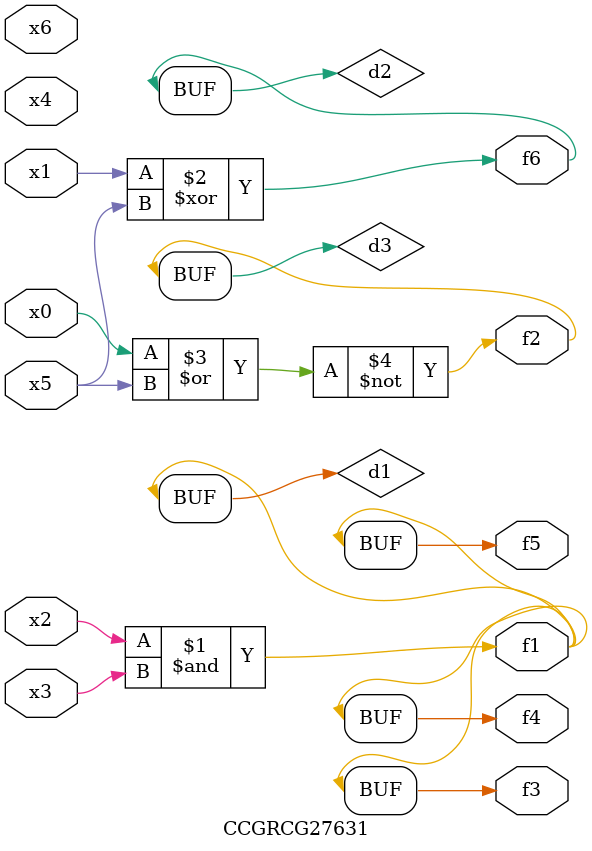
<source format=v>
module CCGRCG27631(
	input x0, x1, x2, x3, x4, x5, x6,
	output f1, f2, f3, f4, f5, f6
);

	wire d1, d2, d3;

	and (d1, x2, x3);
	xor (d2, x1, x5);
	nor (d3, x0, x5);
	assign f1 = d1;
	assign f2 = d3;
	assign f3 = d1;
	assign f4 = d1;
	assign f5 = d1;
	assign f6 = d2;
endmodule

</source>
